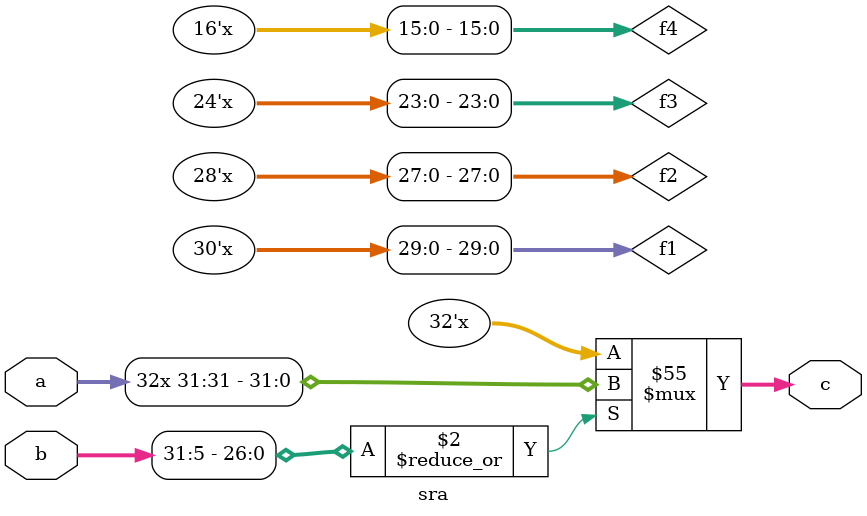
<source format=v>
module sra(
	input [31:0] a,
	input [31:0] b,
	output reg [31:0] c
);
	reg [31:0] f0,f1,f2,f3,f4;
	always@(a or b or f0 or f1 or f2 or f3 or f4)
		begin
			if (|(b[31:5])) begin
				c[31:0] <= {32{a[31]}};
			end else begin
				if (b[0]) begin
					f0[30:0] <= a[31:1];
					f0[31:31] <= a[31:31];
				end else begin
					f0[31:0] <= a[31:0];
				end
				if (b[1]) begin
					f1[29:0] <= f0[31:2];
					f1[31:30] <= {2{a[31]}};
				end else begin
					f1[31:0] <= f0[31:0];
				end
				if (b[2]) begin
					f2[27:0] <= f1[31:4];
					f2[31:28] <= {4{a[31]}};
				end else begin
					f2[31:0] <= f1[31:0];
				end
				if (b[3]) begin
					f3[23:0] <= f2[31:8];
					f3[31:24] <= {8{a[31]}};
				end else begin
					f3[31:0] <= f2[31:0];
				end
				if (b[4]) begin
					f4[15:0] <= f3[31:16];
					f4[31:16] <= {16{a[31]}};
				end else begin
					f4[31:0] <= f3[31:0];
				end
				c <= f4;
			end
		end
endmodule
</source>
